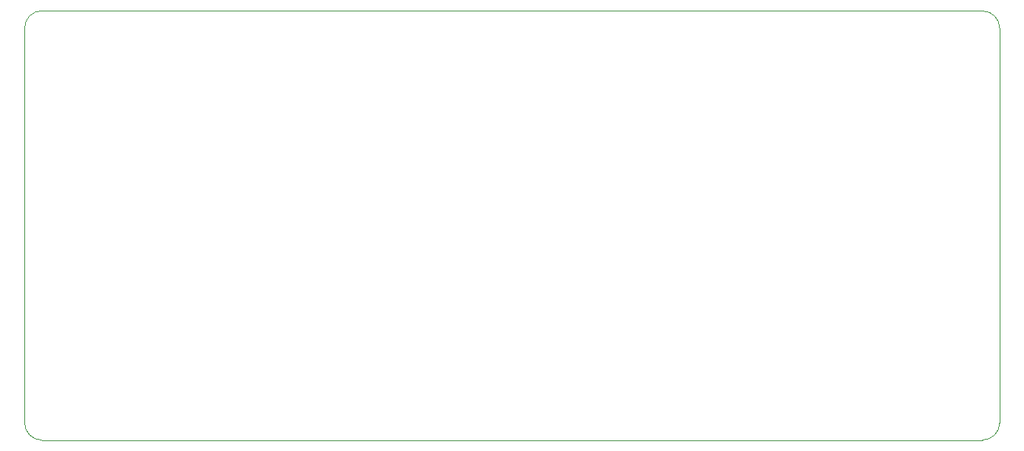
<source format=gbr>
%TF.GenerationSoftware,KiCad,Pcbnew,(5.1.6)-1*%
%TF.CreationDate,2021-08-26T22:57:43+02:00*%
%TF.ProjectId,Car LEDs,43617220-4c45-4447-932e-6b696361645f,rev?*%
%TF.SameCoordinates,Original*%
%TF.FileFunction,Profile,NP*%
%FSLAX46Y46*%
G04 Gerber Fmt 4.6, Leading zero omitted, Abs format (unit mm)*
G04 Created by KiCad (PCBNEW (5.1.6)-1) date 2021-08-26 22:57:43*
%MOMM*%
%LPD*%
G01*
G04 APERTURE LIST*
%TA.AperFunction,Profile*%
%ADD10C,0.050000*%
%TD*%
G04 APERTURE END LIST*
D10*
X84530000Y-89550000D02*
G75*
G02*
X82619974Y-87639974I0J1910026D01*
G01*
X191210000Y-87640000D02*
G75*
G02*
X189299974Y-89550026I-1910026J0D01*
G01*
X189300000Y-41700000D02*
G75*
G02*
X191210026Y-43610026I0J-1910026D01*
G01*
X82620000Y-43600000D02*
G75*
G02*
X84530026Y-41689974I1910026J0D01*
G01*
X82619974Y-87639974D02*
X82620000Y-43600000D01*
X189299974Y-89550026D02*
X84530000Y-89550000D01*
X191210026Y-43610026D02*
X191210000Y-87640000D01*
X84530026Y-41689974D02*
X189300000Y-41700000D01*
M02*

</source>
